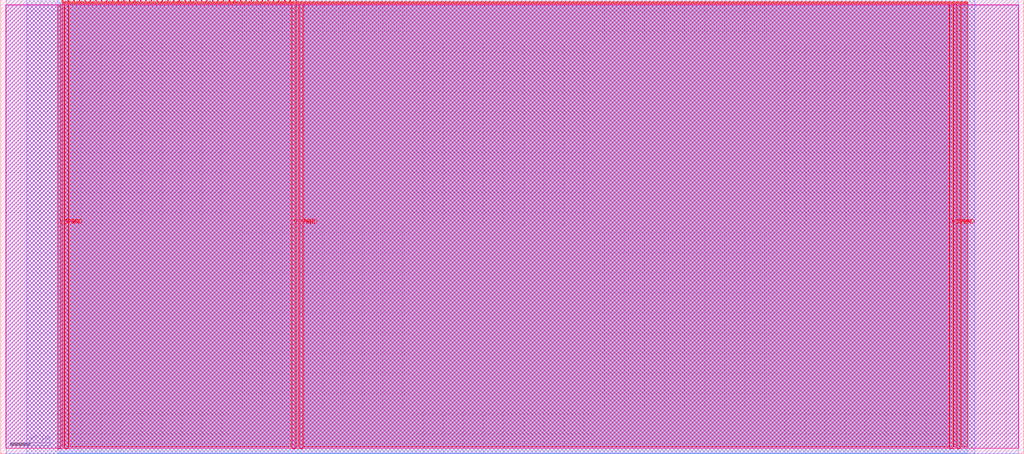
<source format=lef>
VERSION 5.7 ;
  NOWIREEXTENSIONATPIN ON ;
  DIVIDERCHAR "/" ;
  BUSBITCHARS "[]" ;
MACRO tt_um_kmakise_sram
  CLASS BLOCK ;
  FOREIGN tt_um_kmakise_sram ;
  ORIGIN 0.000 0.000 ;
  SIZE 508.760 BY 225.760 ;
  PIN VDPWR
    DIRECTION INOUT ;
    USE POWER ;
    PORT
      LAYER met4 ;
        RECT 28.280 2.480 29.880 223.280 ;
    END
    PORT
      LAYER met4 ;
        RECT 144.960 2.480 146.560 223.280 ;
    END
    PORT
      LAYER met4 ;
        RECT 471.960 2.480 473.560 223.280 ;
    END
  END VDPWR
  PIN VGND
    DIRECTION INOUT ;
    USE GROUND ;
    PORT
      LAYER met4 ;
        RECT 31.880 2.480 33.480 223.280 ;
    END
    PORT
      LAYER met4 ;
        RECT 148.560 2.480 150.160 223.280 ;
    END
    PORT
      LAYER met4 ;
        RECT 475.560 2.480 477.160 223.280 ;
    END
  END VGND
  PIN clk
    DIRECTION INPUT ;
    USE SIGNAL ;
    ANTENNAGATEAREA 0.852000 ;
    ANTENNADIFFAREA 0.434700 ;
    PORT
      LAYER met4 ;
        RECT 143.830 224.760 144.130 225.760 ;
    END
  END clk
  PIN ena
    DIRECTION INPUT ;
    USE SIGNAL ;
    PORT
      LAYER met4 ;
        RECT 146.590 224.760 146.890 225.760 ;
    END
  END ena
  PIN rst_n
    DIRECTION INPUT ;
    USE SIGNAL ;
    ANTENNAGATEAREA 0.159000 ;
    ANTENNADIFFAREA 0.434700 ;
    PORT
      LAYER met4 ;
        RECT 141.070 224.760 141.370 225.760 ;
    END
  END rst_n
  PIN ui_in[0]
    DIRECTION INPUT ;
    USE SIGNAL ;
    PORT
      LAYER met4 ;
        RECT 138.310 224.760 138.610 225.760 ;
    END
  END ui_in[0]
  PIN ui_in[1]
    DIRECTION INPUT ;
    USE SIGNAL ;
    PORT
      LAYER met4 ;
        RECT 135.550 224.760 135.850 225.760 ;
    END
  END ui_in[1]
  PIN ui_in[2]
    DIRECTION INPUT ;
    USE SIGNAL ;
    PORT
      LAYER met4 ;
        RECT 132.790 224.760 133.090 225.760 ;
    END
  END ui_in[2]
  PIN ui_in[3]
    DIRECTION INPUT ;
    USE SIGNAL ;
    ANTENNAGATEAREA 0.126000 ;
    ANTENNADIFFAREA 0.434700 ;
    PORT
      LAYER met4 ;
        RECT 130.030 224.760 130.330 225.760 ;
    END
  END ui_in[3]
  PIN ui_in[4]
    DIRECTION INPUT ;
    USE SIGNAL ;
    PORT
      LAYER met4 ;
        RECT 127.270 224.760 127.570 225.760 ;
    END
  END ui_in[4]
  PIN ui_in[5]
    DIRECTION INPUT ;
    USE SIGNAL ;
    PORT
      LAYER met4 ;
        RECT 124.510 224.760 124.810 225.760 ;
    END
  END ui_in[5]
  PIN ui_in[6]
    DIRECTION INPUT ;
    USE SIGNAL ;
    PORT
      LAYER met4 ;
        RECT 121.750 224.760 122.050 225.760 ;
    END
  END ui_in[6]
  PIN ui_in[7]
    DIRECTION INPUT ;
    USE SIGNAL ;
    PORT
      LAYER met4 ;
        RECT 118.990 224.760 119.290 225.760 ;
    END
  END ui_in[7]
  PIN uio_in[0]
    DIRECTION INPUT ;
    USE SIGNAL ;
    PORT
      LAYER met4 ;
        RECT 116.230 224.760 116.530 225.760 ;
    END
  END uio_in[0]
  PIN uio_in[1]
    DIRECTION INPUT ;
    USE SIGNAL ;
    PORT
      LAYER met4 ;
        RECT 113.470 224.760 113.770 225.760 ;
    END
  END uio_in[1]
  PIN uio_in[2]
    DIRECTION INPUT ;
    USE SIGNAL ;
    PORT
      LAYER met4 ;
        RECT 110.710 224.760 111.010 225.760 ;
    END
  END uio_in[2]
  PIN uio_in[3]
    DIRECTION INPUT ;
    USE SIGNAL ;
    PORT
      LAYER met4 ;
        RECT 107.950 224.760 108.250 225.760 ;
    END
  END uio_in[3]
  PIN uio_in[4]
    DIRECTION INPUT ;
    USE SIGNAL ;
    PORT
      LAYER met4 ;
        RECT 105.190 224.760 105.490 225.760 ;
    END
  END uio_in[4]
  PIN uio_in[5]
    DIRECTION INPUT ;
    USE SIGNAL ;
    PORT
      LAYER met4 ;
        RECT 102.430 224.760 102.730 225.760 ;
    END
  END uio_in[5]
  PIN uio_in[6]
    DIRECTION INPUT ;
    USE SIGNAL ;
    PORT
      LAYER met4 ;
        RECT 99.670 224.760 99.970 225.760 ;
    END
  END uio_in[6]
  PIN uio_in[7]
    DIRECTION INPUT ;
    USE SIGNAL ;
    PORT
      LAYER met4 ;
        RECT 96.910 224.760 97.210 225.760 ;
    END
  END uio_in[7]
  PIN uio_oe[0]
    DIRECTION OUTPUT ;
    USE SIGNAL ;
    PORT
      LAYER met4 ;
        RECT 49.990 224.760 50.290 225.760 ;
    END
  END uio_oe[0]
  PIN uio_oe[1]
    DIRECTION OUTPUT ;
    USE SIGNAL ;
    PORT
      LAYER met4 ;
        RECT 47.230 224.760 47.530 225.760 ;
    END
  END uio_oe[1]
  PIN uio_oe[2]
    DIRECTION OUTPUT ;
    USE SIGNAL ;
    PORT
      LAYER met4 ;
        RECT 44.470 224.760 44.770 225.760 ;
    END
  END uio_oe[2]
  PIN uio_oe[3]
    DIRECTION OUTPUT ;
    USE SIGNAL ;
    PORT
      LAYER met4 ;
        RECT 41.710 224.760 42.010 225.760 ;
    END
  END uio_oe[3]
  PIN uio_oe[4]
    DIRECTION OUTPUT ;
    USE SIGNAL ;
    PORT
      LAYER met4 ;
        RECT 38.950 224.760 39.250 225.760 ;
    END
  END uio_oe[4]
  PIN uio_oe[5]
    DIRECTION OUTPUT ;
    USE SIGNAL ;
    PORT
      LAYER met4 ;
        RECT 36.190 224.760 36.490 225.760 ;
    END
  END uio_oe[5]
  PIN uio_oe[6]
    DIRECTION OUTPUT ;
    USE SIGNAL ;
    PORT
      LAYER met4 ;
        RECT 33.430 224.760 33.730 225.760 ;
    END
  END uio_oe[6]
  PIN uio_oe[7]
    DIRECTION OUTPUT ;
    USE SIGNAL ;
    PORT
      LAYER met4 ;
        RECT 30.670 224.760 30.970 225.760 ;
    END
  END uio_oe[7]
  PIN uio_out[0]
    DIRECTION OUTPUT ;
    USE SIGNAL ;
    PORT
      LAYER met4 ;
        RECT 72.070 224.760 72.370 225.760 ;
    END
  END uio_out[0]
  PIN uio_out[1]
    DIRECTION OUTPUT ;
    USE SIGNAL ;
    PORT
      LAYER met4 ;
        RECT 69.310 224.760 69.610 225.760 ;
    END
  END uio_out[1]
  PIN uio_out[2]
    DIRECTION OUTPUT ;
    USE SIGNAL ;
    PORT
      LAYER met4 ;
        RECT 66.550 224.760 66.850 225.760 ;
    END
  END uio_out[2]
  PIN uio_out[3]
    DIRECTION OUTPUT ;
    USE SIGNAL ;
    PORT
      LAYER met4 ;
        RECT 63.790 224.760 64.090 225.760 ;
    END
  END uio_out[3]
  PIN uio_out[4]
    DIRECTION OUTPUT ;
    USE SIGNAL ;
    ANTENNADIFFAREA 0.445500 ;
    PORT
      LAYER met4 ;
        RECT 61.030 224.760 61.330 225.760 ;
    END
  END uio_out[4]
  PIN uio_out[5]
    DIRECTION OUTPUT ;
    USE SIGNAL ;
    PORT
      LAYER met4 ;
        RECT 58.270 224.760 58.570 225.760 ;
    END
  END uio_out[5]
  PIN uio_out[6]
    DIRECTION OUTPUT ;
    USE SIGNAL ;
    PORT
      LAYER met4 ;
        RECT 55.510 224.760 55.810 225.760 ;
    END
  END uio_out[6]
  PIN uio_out[7]
    DIRECTION OUTPUT ;
    USE SIGNAL ;
    PORT
      LAYER met4 ;
        RECT 52.750 224.760 53.050 225.760 ;
    END
  END uio_out[7]
  PIN uo_out[0]
    DIRECTION OUTPUT ;
    USE SIGNAL ;
    ANTENNADIFFAREA 0.795200 ;
    PORT
      LAYER met4 ;
        RECT 94.150 224.760 94.450 225.760 ;
    END
  END uo_out[0]
  PIN uo_out[1]
    DIRECTION OUTPUT ;
    USE SIGNAL ;
    PORT
      LAYER met4 ;
        RECT 91.390 224.760 91.690 225.760 ;
    END
  END uo_out[1]
  PIN uo_out[2]
    DIRECTION OUTPUT ;
    USE SIGNAL ;
    PORT
      LAYER met4 ;
        RECT 88.630 224.760 88.930 225.760 ;
    END
  END uo_out[2]
  PIN uo_out[3]
    DIRECTION OUTPUT ;
    USE SIGNAL ;
    PORT
      LAYER met4 ;
        RECT 85.870 224.760 86.170 225.760 ;
    END
  END uo_out[3]
  PIN uo_out[4]
    DIRECTION OUTPUT ;
    USE SIGNAL ;
    PORT
      LAYER met4 ;
        RECT 83.110 224.760 83.410 225.760 ;
    END
  END uo_out[4]
  PIN uo_out[5]
    DIRECTION OUTPUT ;
    USE SIGNAL ;
    PORT
      LAYER met4 ;
        RECT 80.350 224.760 80.650 225.760 ;
    END
  END uo_out[5]
  PIN uo_out[6]
    DIRECTION OUTPUT ;
    USE SIGNAL ;
    ANTENNADIFFAREA 0.795200 ;
    PORT
      LAYER met4 ;
        RECT 77.590 224.760 77.890 225.760 ;
    END
  END uo_out[6]
  PIN uo_out[7]
    DIRECTION OUTPUT ;
    USE SIGNAL ;
    ANTENNADIFFAREA 0.795200 ;
    PORT
      LAYER met4 ;
        RECT 74.830 224.760 75.130 225.760 ;
    END
  END uo_out[7]
  OBS
      LAYER nwell ;
        RECT 2.570 2.635 506.190 223.230 ;
      LAYER li1 ;
        RECT 2.760 2.635 506.000 223.125 ;
      LAYER met1 ;
        RECT 2.760 0.040 506.000 225.720 ;
      LAYER met2 ;
        RECT 12.980 0.010 484.280 225.750 ;
      LAYER met3 ;
        RECT 28.290 0.175 480.890 224.225 ;
      LAYER met4 ;
        RECT 31.370 224.360 33.030 224.760 ;
        RECT 34.130 224.360 35.790 224.760 ;
        RECT 36.890 224.360 38.550 224.760 ;
        RECT 39.650 224.360 41.310 224.760 ;
        RECT 42.410 224.360 44.070 224.760 ;
        RECT 45.170 224.360 46.830 224.760 ;
        RECT 47.930 224.360 49.590 224.760 ;
        RECT 50.690 224.360 52.350 224.760 ;
        RECT 53.450 224.360 55.110 224.760 ;
        RECT 56.210 224.360 57.870 224.760 ;
        RECT 58.970 224.360 60.630 224.760 ;
        RECT 61.730 224.360 63.390 224.760 ;
        RECT 64.490 224.360 66.150 224.760 ;
        RECT 67.250 224.360 68.910 224.760 ;
        RECT 70.010 224.360 71.670 224.760 ;
        RECT 72.770 224.360 74.430 224.760 ;
        RECT 75.530 224.360 77.190 224.760 ;
        RECT 78.290 224.360 79.950 224.760 ;
        RECT 81.050 224.360 82.710 224.760 ;
        RECT 83.810 224.360 85.470 224.760 ;
        RECT 86.570 224.360 88.230 224.760 ;
        RECT 89.330 224.360 90.990 224.760 ;
        RECT 92.090 224.360 93.750 224.760 ;
        RECT 94.850 224.360 96.510 224.760 ;
        RECT 97.610 224.360 99.270 224.760 ;
        RECT 100.370 224.360 102.030 224.760 ;
        RECT 103.130 224.360 104.790 224.760 ;
        RECT 105.890 224.360 107.550 224.760 ;
        RECT 108.650 224.360 110.310 224.760 ;
        RECT 111.410 224.360 113.070 224.760 ;
        RECT 114.170 224.360 115.830 224.760 ;
        RECT 116.930 224.360 118.590 224.760 ;
        RECT 119.690 224.360 121.350 224.760 ;
        RECT 122.450 224.360 124.110 224.760 ;
        RECT 125.210 224.360 126.870 224.760 ;
        RECT 127.970 224.360 129.630 224.760 ;
        RECT 130.730 224.360 132.390 224.760 ;
        RECT 133.490 224.360 135.150 224.760 ;
        RECT 136.250 224.360 137.910 224.760 ;
        RECT 139.010 224.360 140.670 224.760 ;
        RECT 141.770 224.360 143.430 224.760 ;
        RECT 144.530 224.360 146.190 224.760 ;
        RECT 147.290 224.360 480.865 224.760 ;
        RECT 30.655 223.680 480.865 224.360 ;
        RECT 30.655 3.575 31.480 223.680 ;
        RECT 33.880 3.575 144.560 223.680 ;
        RECT 146.960 3.575 148.160 223.680 ;
        RECT 150.560 3.575 471.560 223.680 ;
        RECT 473.960 3.575 475.160 223.680 ;
        RECT 477.560 3.575 480.865 223.680 ;
  END
END tt_um_kmakise_sram
END LIBRARY


</source>
